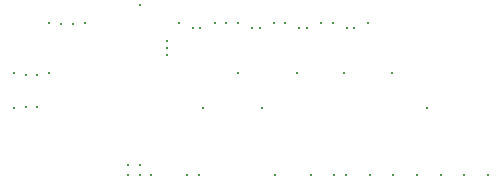
<source format=gbr>
%TF.GenerationSoftware,KiCad,Pcbnew,(6.0.1)*%
%TF.CreationDate,2022-02-11T00:18:26+08:00*%
%TF.ProjectId,Wyse-5070-PCIe-Riser,57797365-2d35-4303-9730-2d504349652d,rev?*%
%TF.SameCoordinates,Original*%
%TF.FileFunction,Plated,1,2,PTH,Drill*%
%TF.FilePolarity,Positive*%
%FSLAX46Y46*%
G04 Gerber Fmt 4.6, Leading zero omitted, Abs format (unit mm)*
G04 Created by KiCad (PCBNEW (6.0.1)) date 2022-02-11 00:18:26*
%MOMM*%
%LPD*%
G01*
G04 APERTURE LIST*
%TA.AperFunction,ViaDrill*%
%ADD10C,0.300000*%
%TD*%
G04 APERTURE END LIST*
D10*
X129850000Y-135100000D03*
X129850000Y-138100000D03*
X130850000Y-135250000D03*
X130850000Y-138000000D03*
X131850000Y-135250000D03*
X131850000Y-138000000D03*
X132850000Y-130900000D03*
X132850000Y-135100000D03*
X133850000Y-131000000D03*
X134850000Y-131000000D03*
X135850000Y-130900000D03*
X139500000Y-142950000D03*
X139500000Y-143750000D03*
X140500000Y-129400000D03*
X140500000Y-142950000D03*
X140500000Y-143750000D03*
X141500000Y-143750000D03*
X142850000Y-132400000D03*
X142850000Y-133000000D03*
X142850000Y-133600000D03*
X143850000Y-130900000D03*
X144500000Y-143750000D03*
X145036500Y-131350000D03*
X145500000Y-143750000D03*
X145663500Y-131350000D03*
X145850000Y-138100000D03*
X146850000Y-130900000D03*
X147850000Y-130900000D03*
X148850000Y-130900000D03*
X148850000Y-135100000D03*
X150036500Y-131350000D03*
X150663500Y-131350000D03*
X150850000Y-138100000D03*
X151850000Y-130900000D03*
X152000000Y-143750000D03*
X152850000Y-130900000D03*
X153850000Y-135100000D03*
X154036500Y-131350000D03*
X154663500Y-131350000D03*
X155000000Y-143750000D03*
X155850000Y-130900000D03*
X156850000Y-130900000D03*
X157000000Y-143750000D03*
X157850000Y-135100000D03*
X158000000Y-143750000D03*
X158036500Y-131350000D03*
X158663500Y-131350000D03*
X159850000Y-130900000D03*
X160000000Y-143750000D03*
X161850000Y-135100000D03*
X162000000Y-143750000D03*
X164000000Y-143750000D03*
X164850000Y-138100000D03*
X166000000Y-143750000D03*
X168000000Y-143750000D03*
X170000000Y-143750000D03*
M02*

</source>
